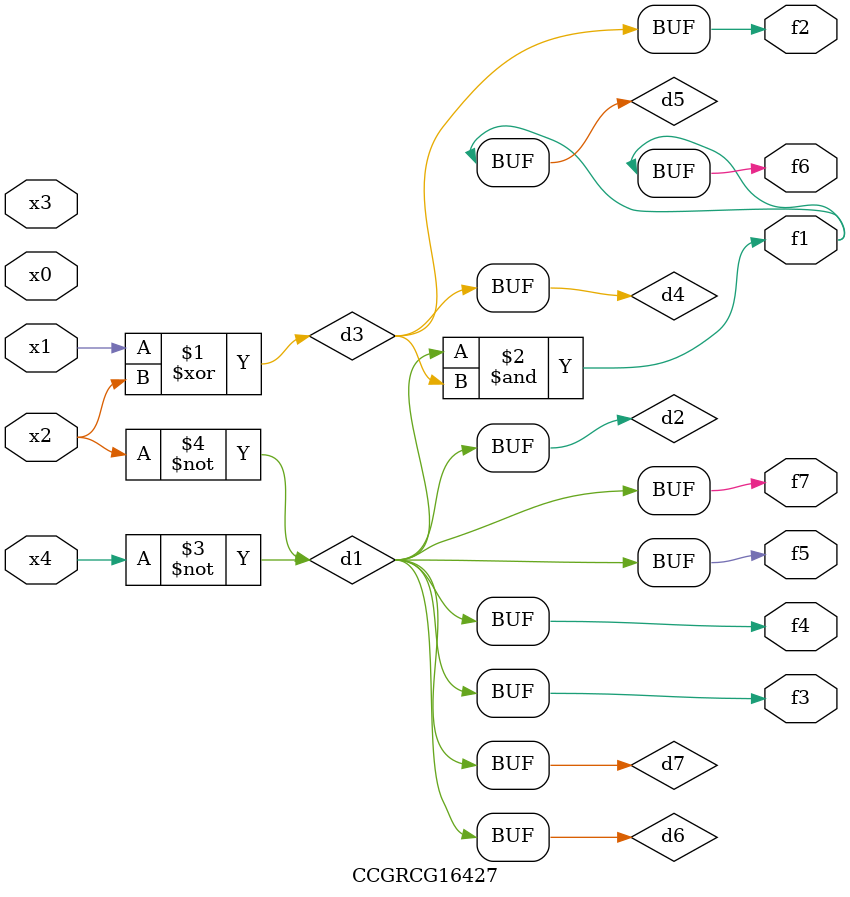
<source format=v>
module CCGRCG16427(
	input x0, x1, x2, x3, x4,
	output f1, f2, f3, f4, f5, f6, f7
);

	wire d1, d2, d3, d4, d5, d6, d7;

	not (d1, x4);
	not (d2, x2);
	xor (d3, x1, x2);
	buf (d4, d3);
	and (d5, d1, d3);
	buf (d6, d1, d2);
	buf (d7, d2);
	assign f1 = d5;
	assign f2 = d4;
	assign f3 = d7;
	assign f4 = d7;
	assign f5 = d7;
	assign f6 = d5;
	assign f7 = d7;
endmodule

</source>
